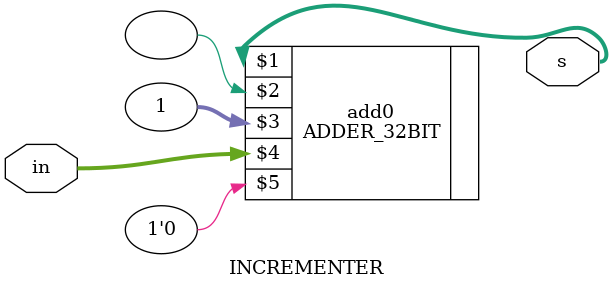
<source format=v>
module INCREMENTER(s,in);
   input[31:0] in;
   output [31:0] s;
   ADDER_32BIT add0(s,,32'b00000000000000000000000000000001,in,1'b0);
endmodule // INCREMENTER

</source>
